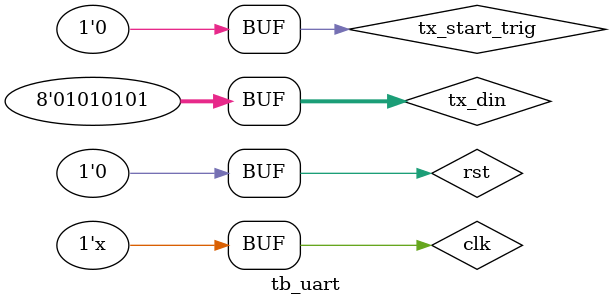
<source format=v>
`timescale 1ns / 1ps


module tb_uart( );
    reg clk;
    reg rst;
    reg tx_start_trig;
    reg [7:0] tx_din;
    wire tx_dout;
    // wire tx_done;

/*/

    UART_controller UART_Dut (
        .clk(clk),
        .rst(rst),
        .tx_start_trigger(tx_start_trig),
        .tx_data(tx_din),
        .tx_o(tx_dout),
        .tx_done(tx_done)

*/

uart dut(
    .clk(clk),
    .rst(rst),
    .btn_start(tx_start_trig),
    .tx(tx_out)

);

    always #5 clk = ~clk;

    initial begin
        clk = 1'b0;
        rst = 1'b1;
        tx_din = 8'b01010101;
        tx_start_trig = 1'b0;

        #20 rst = 1'b0;
        #20 tx_start_trig = 1'b1;
        #20 tx_start_trig = 1'b0;
    end
endmodule

</source>
